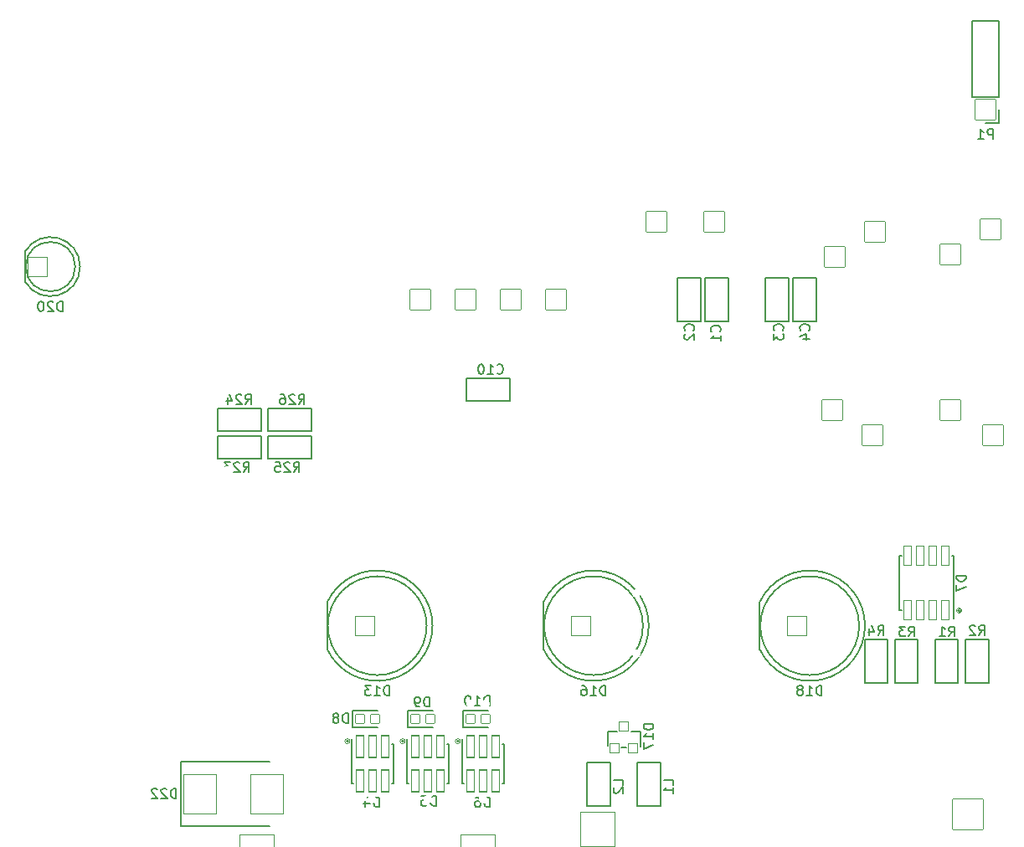
<source format=gbo>
G04 #@! TF.GenerationSoftware,KiCad,Pcbnew,7.0.9*
G04 #@! TF.CreationDate,2023-12-23T18:10:07+01:00*
G04 #@! TF.ProjectId,signalization-by-fireplace,7369676e-616c-4697-9a61-74696f6e2d62,v2.0*
G04 #@! TF.SameCoordinates,Original*
G04 #@! TF.FileFunction,Legend,Bot*
G04 #@! TF.FilePolarity,Positive*
%FSLAX46Y46*%
G04 Gerber Fmt 4.6, Leading zero omitted, Abs format (unit mm)*
G04 Created by KiCad (PCBNEW 7.0.9) date 2023-12-23 18:10:07*
%MOMM*%
%LPD*%
G01*
G04 APERTURE LIST*
G04 Aperture macros list*
%AMRoundRect*
0 Rectangle with rounded corners*
0 $1 Rounding radius*
0 $2 $3 $4 $5 $6 $7 $8 $9 X,Y pos of 4 corners*
0 Add a 4 corners polygon primitive as box body*
4,1,4,$2,$3,$4,$5,$6,$7,$8,$9,$2,$3,0*
0 Add four circle primitives for the rounded corners*
1,1,$1+$1,$2,$3*
1,1,$1+$1,$4,$5*
1,1,$1+$1,$6,$7*
1,1,$1+$1,$8,$9*
0 Add four rect primitives between the rounded corners*
20,1,$1+$1,$2,$3,$4,$5,0*
20,1,$1+$1,$4,$5,$6,$7,0*
20,1,$1+$1,$6,$7,$8,$9,0*
20,1,$1+$1,$8,$9,$2,$3,0*%
%AMFreePoly0*
4,1,13,0.685355,0.935355,0.700000,0.900000,0.700000,-0.900000,0.685355,-0.935355,0.650000,-0.950000,-0.650000,-0.950000,-0.685355,-0.935355,-0.700000,-0.900000,-0.700000,0.900000,-0.685355,0.935355,-0.650000,0.950000,0.650000,0.950000,0.685355,0.935355,0.685355,0.935355,$1*%
G04 Aperture macros list end*
%ADD10C,0.150000*%
%ADD11C,0.160000*%
%ADD12C,0.120000*%
%ADD13C,3.300000*%
%ADD14C,6.100000*%
%ADD15RoundRect,0.050000X1.050000X1.050000X-1.050000X1.050000X-1.050000X-1.050000X1.050000X-1.050000X0*%
%ADD16O,2.200000X2.200000*%
%ADD17RoundRect,0.050000X-1.050000X-1.050000X1.050000X-1.050000X1.050000X1.050000X-1.050000X1.050000X0*%
%ADD18C,5.100000*%
%ADD19RoundRect,0.050000X-1.750000X-1.750000X1.750000X-1.750000X1.750000X1.750000X-1.750000X1.750000X0*%
%ADD20C,3.600000*%
%ADD21O,3.600000X3.600000*%
%ADD22C,3.400000*%
%ADD23C,1.600000*%
%ADD24RoundRect,0.050000X1.550000X1.550000X-1.550000X1.550000X-1.550000X-1.550000X1.550000X-1.550000X0*%
%ADD25O,3.200000X3.200000*%
%ADD26C,2.100000*%
%ADD27FreePoly0,270.000000*%
%ADD28FreePoly0,180.000000*%
%ADD29RoundRect,0.050000X-0.400000X1.100000X-0.400000X-1.100000X0.400000X-1.100000X0.400000X1.100000X0*%
%ADD30RoundRect,0.050000X-0.450000X-0.450000X0.450000X-0.450000X0.450000X0.450000X-0.450000X0.450000X0*%
%ADD31RoundRect,0.050000X-1.000000X-1.000000X1.000000X-1.000000X1.000000X1.000000X-1.000000X1.000000X0*%
%ADD32RoundRect,0.050000X0.500000X-0.500000X0.500000X0.500000X-0.500000X0.500000X-0.500000X-0.500000X0*%
%ADD33FreePoly0,90.000000*%
%ADD34FreePoly0,0.000000*%
%ADD35RoundRect,0.050000X0.400000X-1.000000X0.400000X1.000000X-0.400000X1.000000X-0.400000X-1.000000X0*%
%ADD36RoundRect,0.050000X-1.650000X2.000000X-1.650000X-2.000000X1.650000X-2.000000X1.650000X2.000000X0*%
%ADD37C,0.900000*%
G04 APERTURE END LIST*
D10*
X187750794Y-66223559D02*
X187750794Y-65223559D01*
X187750794Y-65223559D02*
X187369842Y-65223559D01*
X187369842Y-65223559D02*
X187274604Y-65271178D01*
X187274604Y-65271178D02*
X187226985Y-65318797D01*
X187226985Y-65318797D02*
X187179366Y-65414035D01*
X187179366Y-65414035D02*
X187179366Y-65556892D01*
X187179366Y-65556892D02*
X187226985Y-65652130D01*
X187226985Y-65652130D02*
X187274604Y-65699749D01*
X187274604Y-65699749D02*
X187369842Y-65747368D01*
X187369842Y-65747368D02*
X187750794Y-65747368D01*
X186226985Y-66223559D02*
X186798413Y-66223559D01*
X186512699Y-66223559D02*
X186512699Y-65223559D01*
X186512699Y-65223559D02*
X186607937Y-65366416D01*
X186607937Y-65366416D02*
X186703175Y-65461654D01*
X186703175Y-65461654D02*
X186798413Y-65509273D01*
D11*
X160125060Y-85685333D02*
X160172680Y-85637714D01*
X160172680Y-85637714D02*
X160220299Y-85494857D01*
X160220299Y-85494857D02*
X160220299Y-85399619D01*
X160220299Y-85399619D02*
X160172680Y-85256762D01*
X160172680Y-85256762D02*
X160077441Y-85161524D01*
X160077441Y-85161524D02*
X159982203Y-85113905D01*
X159982203Y-85113905D02*
X159791727Y-85066286D01*
X159791727Y-85066286D02*
X159648870Y-85066286D01*
X159648870Y-85066286D02*
X159458394Y-85113905D01*
X159458394Y-85113905D02*
X159363156Y-85161524D01*
X159363156Y-85161524D02*
X159267918Y-85256762D01*
X159267918Y-85256762D02*
X159220299Y-85399619D01*
X159220299Y-85399619D02*
X159220299Y-85494857D01*
X159220299Y-85494857D02*
X159267918Y-85637714D01*
X159267918Y-85637714D02*
X159315537Y-85685333D01*
X160220299Y-86637714D02*
X160220299Y-86066286D01*
X160220299Y-86352000D02*
X159220299Y-86352000D01*
X159220299Y-86352000D02*
X159363156Y-86256762D01*
X159363156Y-86256762D02*
X159458394Y-86161524D01*
X159458394Y-86161524D02*
X159506013Y-86066286D01*
X157458060Y-85558333D02*
X157505680Y-85510714D01*
X157505680Y-85510714D02*
X157553299Y-85367857D01*
X157553299Y-85367857D02*
X157553299Y-85272619D01*
X157553299Y-85272619D02*
X157505680Y-85129762D01*
X157505680Y-85129762D02*
X157410441Y-85034524D01*
X157410441Y-85034524D02*
X157315203Y-84986905D01*
X157315203Y-84986905D02*
X157124727Y-84939286D01*
X157124727Y-84939286D02*
X156981870Y-84939286D01*
X156981870Y-84939286D02*
X156791394Y-84986905D01*
X156791394Y-84986905D02*
X156696156Y-85034524D01*
X156696156Y-85034524D02*
X156600918Y-85129762D01*
X156600918Y-85129762D02*
X156553299Y-85272619D01*
X156553299Y-85272619D02*
X156553299Y-85367857D01*
X156553299Y-85367857D02*
X156600918Y-85510714D01*
X156600918Y-85510714D02*
X156648537Y-85558333D01*
X156648537Y-85939286D02*
X156600918Y-85986905D01*
X156600918Y-85986905D02*
X156553299Y-86082143D01*
X156553299Y-86082143D02*
X156553299Y-86320238D01*
X156553299Y-86320238D02*
X156600918Y-86415476D01*
X156600918Y-86415476D02*
X156648537Y-86463095D01*
X156648537Y-86463095D02*
X156743775Y-86510714D01*
X156743775Y-86510714D02*
X156839013Y-86510714D01*
X156839013Y-86510714D02*
X156981870Y-86463095D01*
X156981870Y-86463095D02*
X157553299Y-85891667D01*
X157553299Y-85891667D02*
X157553299Y-86510714D01*
X166475060Y-85558333D02*
X166522680Y-85510714D01*
X166522680Y-85510714D02*
X166570299Y-85367857D01*
X166570299Y-85367857D02*
X166570299Y-85272619D01*
X166570299Y-85272619D02*
X166522680Y-85129762D01*
X166522680Y-85129762D02*
X166427441Y-85034524D01*
X166427441Y-85034524D02*
X166332203Y-84986905D01*
X166332203Y-84986905D02*
X166141727Y-84939286D01*
X166141727Y-84939286D02*
X165998870Y-84939286D01*
X165998870Y-84939286D02*
X165808394Y-84986905D01*
X165808394Y-84986905D02*
X165713156Y-85034524D01*
X165713156Y-85034524D02*
X165617918Y-85129762D01*
X165617918Y-85129762D02*
X165570299Y-85272619D01*
X165570299Y-85272619D02*
X165570299Y-85367857D01*
X165570299Y-85367857D02*
X165617918Y-85510714D01*
X165617918Y-85510714D02*
X165665537Y-85558333D01*
X165570299Y-85891667D02*
X165570299Y-86510714D01*
X165570299Y-86510714D02*
X165951251Y-86177381D01*
X165951251Y-86177381D02*
X165951251Y-86320238D01*
X165951251Y-86320238D02*
X165998870Y-86415476D01*
X165998870Y-86415476D02*
X166046489Y-86463095D01*
X166046489Y-86463095D02*
X166141727Y-86510714D01*
X166141727Y-86510714D02*
X166379822Y-86510714D01*
X166379822Y-86510714D02*
X166475060Y-86463095D01*
X166475060Y-86463095D02*
X166522680Y-86415476D01*
X166522680Y-86415476D02*
X166570299Y-86320238D01*
X166570299Y-86320238D02*
X166570299Y-86034524D01*
X166570299Y-86034524D02*
X166522680Y-85939286D01*
X166522680Y-85939286D02*
X166475060Y-85891667D01*
X169142060Y-85558333D02*
X169189680Y-85510714D01*
X169189680Y-85510714D02*
X169237299Y-85367857D01*
X169237299Y-85367857D02*
X169237299Y-85272619D01*
X169237299Y-85272619D02*
X169189680Y-85129762D01*
X169189680Y-85129762D02*
X169094441Y-85034524D01*
X169094441Y-85034524D02*
X168999203Y-84986905D01*
X168999203Y-84986905D02*
X168808727Y-84939286D01*
X168808727Y-84939286D02*
X168665870Y-84939286D01*
X168665870Y-84939286D02*
X168475394Y-84986905D01*
X168475394Y-84986905D02*
X168380156Y-85034524D01*
X168380156Y-85034524D02*
X168284918Y-85129762D01*
X168284918Y-85129762D02*
X168237299Y-85272619D01*
X168237299Y-85272619D02*
X168237299Y-85367857D01*
X168237299Y-85367857D02*
X168284918Y-85510714D01*
X168284918Y-85510714D02*
X168332537Y-85558333D01*
X168570632Y-86415476D02*
X169237299Y-86415476D01*
X168189680Y-86177381D02*
X168903965Y-85939286D01*
X168903965Y-85939286D02*
X168903965Y-86558333D01*
X137612357Y-89894060D02*
X137659976Y-89941680D01*
X137659976Y-89941680D02*
X137802833Y-89989299D01*
X137802833Y-89989299D02*
X137898071Y-89989299D01*
X137898071Y-89989299D02*
X138040928Y-89941680D01*
X138040928Y-89941680D02*
X138136166Y-89846441D01*
X138136166Y-89846441D02*
X138183785Y-89751203D01*
X138183785Y-89751203D02*
X138231404Y-89560727D01*
X138231404Y-89560727D02*
X138231404Y-89417870D01*
X138231404Y-89417870D02*
X138183785Y-89227394D01*
X138183785Y-89227394D02*
X138136166Y-89132156D01*
X138136166Y-89132156D02*
X138040928Y-89036918D01*
X138040928Y-89036918D02*
X137898071Y-88989299D01*
X137898071Y-88989299D02*
X137802833Y-88989299D01*
X137802833Y-88989299D02*
X137659976Y-89036918D01*
X137659976Y-89036918D02*
X137612357Y-89084537D01*
X136659976Y-89989299D02*
X137231404Y-89989299D01*
X136945690Y-89989299D02*
X136945690Y-88989299D01*
X136945690Y-88989299D02*
X137040928Y-89132156D01*
X137040928Y-89132156D02*
X137136166Y-89227394D01*
X137136166Y-89227394D02*
X137231404Y-89275013D01*
X136040928Y-88989299D02*
X135945690Y-88989299D01*
X135945690Y-88989299D02*
X135850452Y-89036918D01*
X135850452Y-89036918D02*
X135802833Y-89084537D01*
X135802833Y-89084537D02*
X135755214Y-89179775D01*
X135755214Y-89179775D02*
X135707595Y-89370251D01*
X135707595Y-89370251D02*
X135707595Y-89608346D01*
X135707595Y-89608346D02*
X135755214Y-89798822D01*
X135755214Y-89798822D02*
X135802833Y-89894060D01*
X135802833Y-89894060D02*
X135850452Y-89941680D01*
X135850452Y-89941680D02*
X135945690Y-89989299D01*
X135945690Y-89989299D02*
X136040928Y-89989299D01*
X136040928Y-89989299D02*
X136136166Y-89941680D01*
X136136166Y-89941680D02*
X136183785Y-89894060D01*
X136183785Y-89894060D02*
X136231404Y-89798822D01*
X136231404Y-89798822D02*
X136279023Y-89608346D01*
X136279023Y-89608346D02*
X136279023Y-89370251D01*
X136279023Y-89370251D02*
X136231404Y-89179775D01*
X136231404Y-89179775D02*
X136183785Y-89084537D01*
X136183785Y-89084537D02*
X136136166Y-89036918D01*
X136136166Y-89036918D02*
X136040928Y-88989299D01*
X125706094Y-133804299D02*
X125706094Y-132804299D01*
X125706094Y-132804299D02*
X125467999Y-132804299D01*
X125467999Y-132804299D02*
X125325142Y-132851918D01*
X125325142Y-132851918D02*
X125229904Y-132947156D01*
X125229904Y-132947156D02*
X125182285Y-133042394D01*
X125182285Y-133042394D02*
X125134666Y-133232870D01*
X125134666Y-133232870D02*
X125134666Y-133375727D01*
X125134666Y-133375727D02*
X125182285Y-133566203D01*
X125182285Y-133566203D02*
X125229904Y-133661441D01*
X125229904Y-133661441D02*
X125325142Y-133756680D01*
X125325142Y-133756680D02*
X125467999Y-133804299D01*
X125467999Y-133804299D02*
X125706094Y-133804299D01*
X124277523Y-133137632D02*
X124277523Y-133804299D01*
X124515618Y-132756680D02*
X124753713Y-133470965D01*
X124753713Y-133470965D02*
X124134666Y-133470965D01*
X131421094Y-133677299D02*
X131421094Y-132677299D01*
X131421094Y-132677299D02*
X131182999Y-132677299D01*
X131182999Y-132677299D02*
X131040142Y-132724918D01*
X131040142Y-132724918D02*
X130944904Y-132820156D01*
X130944904Y-132820156D02*
X130897285Y-132915394D01*
X130897285Y-132915394D02*
X130849666Y-133105870D01*
X130849666Y-133105870D02*
X130849666Y-133248727D01*
X130849666Y-133248727D02*
X130897285Y-133439203D01*
X130897285Y-133439203D02*
X130944904Y-133534441D01*
X130944904Y-133534441D02*
X131040142Y-133629680D01*
X131040142Y-133629680D02*
X131182999Y-133677299D01*
X131182999Y-133677299D02*
X131421094Y-133677299D01*
X129944904Y-132677299D02*
X130421094Y-132677299D01*
X130421094Y-132677299D02*
X130468713Y-133153489D01*
X130468713Y-133153489D02*
X130421094Y-133105870D01*
X130421094Y-133105870D02*
X130325856Y-133058251D01*
X130325856Y-133058251D02*
X130087761Y-133058251D01*
X130087761Y-133058251D02*
X129992523Y-133105870D01*
X129992523Y-133105870D02*
X129944904Y-133153489D01*
X129944904Y-133153489D02*
X129897285Y-133248727D01*
X129897285Y-133248727D02*
X129897285Y-133486822D01*
X129897285Y-133486822D02*
X129944904Y-133582060D01*
X129944904Y-133582060D02*
X129992523Y-133629680D01*
X129992523Y-133629680D02*
X130087761Y-133677299D01*
X130087761Y-133677299D02*
X130325856Y-133677299D01*
X130325856Y-133677299D02*
X130421094Y-133629680D01*
X130421094Y-133629680D02*
X130468713Y-133582060D01*
X122531094Y-125295299D02*
X122531094Y-124295299D01*
X122531094Y-124295299D02*
X122292999Y-124295299D01*
X122292999Y-124295299D02*
X122150142Y-124342918D01*
X122150142Y-124342918D02*
X122054904Y-124438156D01*
X122054904Y-124438156D02*
X122007285Y-124533394D01*
X122007285Y-124533394D02*
X121959666Y-124723870D01*
X121959666Y-124723870D02*
X121959666Y-124866727D01*
X121959666Y-124866727D02*
X122007285Y-125057203D01*
X122007285Y-125057203D02*
X122054904Y-125152441D01*
X122054904Y-125152441D02*
X122150142Y-125247680D01*
X122150142Y-125247680D02*
X122292999Y-125295299D01*
X122292999Y-125295299D02*
X122531094Y-125295299D01*
X121388237Y-124723870D02*
X121483475Y-124676251D01*
X121483475Y-124676251D02*
X121531094Y-124628632D01*
X121531094Y-124628632D02*
X121578713Y-124533394D01*
X121578713Y-124533394D02*
X121578713Y-124485775D01*
X121578713Y-124485775D02*
X121531094Y-124390537D01*
X121531094Y-124390537D02*
X121483475Y-124342918D01*
X121483475Y-124342918D02*
X121388237Y-124295299D01*
X121388237Y-124295299D02*
X121197761Y-124295299D01*
X121197761Y-124295299D02*
X121102523Y-124342918D01*
X121102523Y-124342918D02*
X121054904Y-124390537D01*
X121054904Y-124390537D02*
X121007285Y-124485775D01*
X121007285Y-124485775D02*
X121007285Y-124533394D01*
X121007285Y-124533394D02*
X121054904Y-124628632D01*
X121054904Y-124628632D02*
X121102523Y-124676251D01*
X121102523Y-124676251D02*
X121197761Y-124723870D01*
X121197761Y-124723870D02*
X121388237Y-124723870D01*
X121388237Y-124723870D02*
X121483475Y-124771489D01*
X121483475Y-124771489D02*
X121531094Y-124819108D01*
X121531094Y-124819108D02*
X121578713Y-124914346D01*
X121578713Y-124914346D02*
X121578713Y-125104822D01*
X121578713Y-125104822D02*
X121531094Y-125200060D01*
X121531094Y-125200060D02*
X121483475Y-125247680D01*
X121483475Y-125247680D02*
X121388237Y-125295299D01*
X121388237Y-125295299D02*
X121197761Y-125295299D01*
X121197761Y-125295299D02*
X121102523Y-125247680D01*
X121102523Y-125247680D02*
X121054904Y-125200060D01*
X121054904Y-125200060D02*
X121007285Y-125104822D01*
X121007285Y-125104822D02*
X121007285Y-124914346D01*
X121007285Y-124914346D02*
X121054904Y-124819108D01*
X121054904Y-124819108D02*
X121102523Y-124771489D01*
X121102523Y-124771489D02*
X121197761Y-124723870D01*
X130786094Y-123644299D02*
X130786094Y-122644299D01*
X130786094Y-122644299D02*
X130547999Y-122644299D01*
X130547999Y-122644299D02*
X130405142Y-122691918D01*
X130405142Y-122691918D02*
X130309904Y-122787156D01*
X130309904Y-122787156D02*
X130262285Y-122882394D01*
X130262285Y-122882394D02*
X130214666Y-123072870D01*
X130214666Y-123072870D02*
X130214666Y-123215727D01*
X130214666Y-123215727D02*
X130262285Y-123406203D01*
X130262285Y-123406203D02*
X130309904Y-123501441D01*
X130309904Y-123501441D02*
X130405142Y-123596680D01*
X130405142Y-123596680D02*
X130547999Y-123644299D01*
X130547999Y-123644299D02*
X130786094Y-123644299D01*
X129738475Y-123644299D02*
X129547999Y-123644299D01*
X129547999Y-123644299D02*
X129452761Y-123596680D01*
X129452761Y-123596680D02*
X129405142Y-123549060D01*
X129405142Y-123549060D02*
X129309904Y-123406203D01*
X129309904Y-123406203D02*
X129262285Y-123215727D01*
X129262285Y-123215727D02*
X129262285Y-122834775D01*
X129262285Y-122834775D02*
X129309904Y-122739537D01*
X129309904Y-122739537D02*
X129357523Y-122691918D01*
X129357523Y-122691918D02*
X129452761Y-122644299D01*
X129452761Y-122644299D02*
X129643237Y-122644299D01*
X129643237Y-122644299D02*
X129738475Y-122691918D01*
X129738475Y-122691918D02*
X129786094Y-122739537D01*
X129786094Y-122739537D02*
X129833713Y-122834775D01*
X129833713Y-122834775D02*
X129833713Y-123072870D01*
X129833713Y-123072870D02*
X129786094Y-123168108D01*
X129786094Y-123168108D02*
X129738475Y-123215727D01*
X129738475Y-123215727D02*
X129643237Y-123263346D01*
X129643237Y-123263346D02*
X129452761Y-123263346D01*
X129452761Y-123263346D02*
X129357523Y-123215727D01*
X129357523Y-123215727D02*
X129309904Y-123168108D01*
X129309904Y-123168108D02*
X129262285Y-123072870D01*
X126709785Y-122501299D02*
X126709785Y-121501299D01*
X126709785Y-121501299D02*
X126471690Y-121501299D01*
X126471690Y-121501299D02*
X126328833Y-121548918D01*
X126328833Y-121548918D02*
X126233595Y-121644156D01*
X126233595Y-121644156D02*
X126185976Y-121739394D01*
X126185976Y-121739394D02*
X126138357Y-121929870D01*
X126138357Y-121929870D02*
X126138357Y-122072727D01*
X126138357Y-122072727D02*
X126185976Y-122263203D01*
X126185976Y-122263203D02*
X126233595Y-122358441D01*
X126233595Y-122358441D02*
X126328833Y-122453680D01*
X126328833Y-122453680D02*
X126471690Y-122501299D01*
X126471690Y-122501299D02*
X126709785Y-122501299D01*
X125185976Y-122501299D02*
X125757404Y-122501299D01*
X125471690Y-122501299D02*
X125471690Y-121501299D01*
X125471690Y-121501299D02*
X125566928Y-121644156D01*
X125566928Y-121644156D02*
X125662166Y-121739394D01*
X125662166Y-121739394D02*
X125757404Y-121787013D01*
X124852642Y-121501299D02*
X124233595Y-121501299D01*
X124233595Y-121501299D02*
X124566928Y-121882251D01*
X124566928Y-121882251D02*
X124424071Y-121882251D01*
X124424071Y-121882251D02*
X124328833Y-121929870D01*
X124328833Y-121929870D02*
X124281214Y-121977489D01*
X124281214Y-121977489D02*
X124233595Y-122072727D01*
X124233595Y-122072727D02*
X124233595Y-122310822D01*
X124233595Y-122310822D02*
X124281214Y-122406060D01*
X124281214Y-122406060D02*
X124328833Y-122453680D01*
X124328833Y-122453680D02*
X124424071Y-122501299D01*
X124424071Y-122501299D02*
X124709785Y-122501299D01*
X124709785Y-122501299D02*
X124805023Y-122453680D01*
X124805023Y-122453680D02*
X124852642Y-122406060D01*
X153425799Y-125404714D02*
X152425799Y-125404714D01*
X152425799Y-125404714D02*
X152425799Y-125642809D01*
X152425799Y-125642809D02*
X152473418Y-125785666D01*
X152473418Y-125785666D02*
X152568656Y-125880904D01*
X152568656Y-125880904D02*
X152663894Y-125928523D01*
X152663894Y-125928523D02*
X152854370Y-125976142D01*
X152854370Y-125976142D02*
X152997227Y-125976142D01*
X152997227Y-125976142D02*
X153187703Y-125928523D01*
X153187703Y-125928523D02*
X153282941Y-125880904D01*
X153282941Y-125880904D02*
X153378180Y-125785666D01*
X153378180Y-125785666D02*
X153425799Y-125642809D01*
X153425799Y-125642809D02*
X153425799Y-125404714D01*
X153425799Y-126928523D02*
X153425799Y-126357095D01*
X153425799Y-126642809D02*
X152425799Y-126642809D01*
X152425799Y-126642809D02*
X152568656Y-126547571D01*
X152568656Y-126547571D02*
X152663894Y-126452333D01*
X152663894Y-126452333D02*
X152711513Y-126357095D01*
X152425799Y-127261857D02*
X152425799Y-127928523D01*
X152425799Y-127928523D02*
X153425799Y-127499952D01*
X170441785Y-122501299D02*
X170441785Y-121501299D01*
X170441785Y-121501299D02*
X170203690Y-121501299D01*
X170203690Y-121501299D02*
X170060833Y-121548918D01*
X170060833Y-121548918D02*
X169965595Y-121644156D01*
X169965595Y-121644156D02*
X169917976Y-121739394D01*
X169917976Y-121739394D02*
X169870357Y-121929870D01*
X169870357Y-121929870D02*
X169870357Y-122072727D01*
X169870357Y-122072727D02*
X169917976Y-122263203D01*
X169917976Y-122263203D02*
X169965595Y-122358441D01*
X169965595Y-122358441D02*
X170060833Y-122453680D01*
X170060833Y-122453680D02*
X170203690Y-122501299D01*
X170203690Y-122501299D02*
X170441785Y-122501299D01*
X168917976Y-122501299D02*
X169489404Y-122501299D01*
X169203690Y-122501299D02*
X169203690Y-121501299D01*
X169203690Y-121501299D02*
X169298928Y-121644156D01*
X169298928Y-121644156D02*
X169394166Y-121739394D01*
X169394166Y-121739394D02*
X169489404Y-121787013D01*
X168346547Y-121929870D02*
X168441785Y-121882251D01*
X168441785Y-121882251D02*
X168489404Y-121834632D01*
X168489404Y-121834632D02*
X168537023Y-121739394D01*
X168537023Y-121739394D02*
X168537023Y-121691775D01*
X168537023Y-121691775D02*
X168489404Y-121596537D01*
X168489404Y-121596537D02*
X168441785Y-121548918D01*
X168441785Y-121548918D02*
X168346547Y-121501299D01*
X168346547Y-121501299D02*
X168156071Y-121501299D01*
X168156071Y-121501299D02*
X168060833Y-121548918D01*
X168060833Y-121548918D02*
X168013214Y-121596537D01*
X168013214Y-121596537D02*
X167965595Y-121691775D01*
X167965595Y-121691775D02*
X167965595Y-121739394D01*
X167965595Y-121739394D02*
X168013214Y-121834632D01*
X168013214Y-121834632D02*
X168060833Y-121882251D01*
X168060833Y-121882251D02*
X168156071Y-121929870D01*
X168156071Y-121929870D02*
X168346547Y-121929870D01*
X168346547Y-121929870D02*
X168441785Y-121977489D01*
X168441785Y-121977489D02*
X168489404Y-122025108D01*
X168489404Y-122025108D02*
X168537023Y-122120346D01*
X168537023Y-122120346D02*
X168537023Y-122310822D01*
X168537023Y-122310822D02*
X168489404Y-122406060D01*
X168489404Y-122406060D02*
X168441785Y-122453680D01*
X168441785Y-122453680D02*
X168346547Y-122501299D01*
X168346547Y-122501299D02*
X168156071Y-122501299D01*
X168156071Y-122501299D02*
X168060833Y-122453680D01*
X168060833Y-122453680D02*
X168013214Y-122406060D01*
X168013214Y-122406060D02*
X167965595Y-122310822D01*
X167965595Y-122310822D02*
X167965595Y-122120346D01*
X167965595Y-122120346D02*
X168013214Y-122025108D01*
X168013214Y-122025108D02*
X168060833Y-121977489D01*
X168060833Y-121977489D02*
X168156071Y-121929870D01*
X150377799Y-131532333D02*
X150377799Y-131056143D01*
X150377799Y-131056143D02*
X149377799Y-131056143D01*
X149473037Y-131818048D02*
X149425418Y-131865667D01*
X149425418Y-131865667D02*
X149377799Y-131960905D01*
X149377799Y-131960905D02*
X149377799Y-132199000D01*
X149377799Y-132199000D02*
X149425418Y-132294238D01*
X149425418Y-132294238D02*
X149473037Y-132341857D01*
X149473037Y-132341857D02*
X149568275Y-132389476D01*
X149568275Y-132389476D02*
X149663513Y-132389476D01*
X149663513Y-132389476D02*
X149806370Y-132341857D01*
X149806370Y-132341857D02*
X150377799Y-131770429D01*
X150377799Y-131770429D02*
X150377799Y-132389476D01*
X111958357Y-99895299D02*
X112291690Y-99419108D01*
X112529785Y-99895299D02*
X112529785Y-98895299D01*
X112529785Y-98895299D02*
X112148833Y-98895299D01*
X112148833Y-98895299D02*
X112053595Y-98942918D01*
X112053595Y-98942918D02*
X112005976Y-98990537D01*
X112005976Y-98990537D02*
X111958357Y-99085775D01*
X111958357Y-99085775D02*
X111958357Y-99228632D01*
X111958357Y-99228632D02*
X112005976Y-99323870D01*
X112005976Y-99323870D02*
X112053595Y-99371489D01*
X112053595Y-99371489D02*
X112148833Y-99419108D01*
X112148833Y-99419108D02*
X112529785Y-99419108D01*
X111577404Y-98990537D02*
X111529785Y-98942918D01*
X111529785Y-98942918D02*
X111434547Y-98895299D01*
X111434547Y-98895299D02*
X111196452Y-98895299D01*
X111196452Y-98895299D02*
X111101214Y-98942918D01*
X111101214Y-98942918D02*
X111053595Y-98990537D01*
X111053595Y-98990537D02*
X111005976Y-99085775D01*
X111005976Y-99085775D02*
X111005976Y-99181013D01*
X111005976Y-99181013D02*
X111053595Y-99323870D01*
X111053595Y-99323870D02*
X111625023Y-99895299D01*
X111625023Y-99895299D02*
X111005976Y-99895299D01*
X110672642Y-98895299D02*
X110053595Y-98895299D01*
X110053595Y-98895299D02*
X110386928Y-99276251D01*
X110386928Y-99276251D02*
X110244071Y-99276251D01*
X110244071Y-99276251D02*
X110148833Y-99323870D01*
X110148833Y-99323870D02*
X110101214Y-99371489D01*
X110101214Y-99371489D02*
X110053595Y-99466727D01*
X110053595Y-99466727D02*
X110053595Y-99704822D01*
X110053595Y-99704822D02*
X110101214Y-99800060D01*
X110101214Y-99800060D02*
X110148833Y-99847680D01*
X110148833Y-99847680D02*
X110244071Y-99895299D01*
X110244071Y-99895299D02*
X110529785Y-99895299D01*
X110529785Y-99895299D02*
X110625023Y-99847680D01*
X110625023Y-99847680D02*
X110672642Y-99800060D01*
X112148857Y-93037299D02*
X112482190Y-92561108D01*
X112720285Y-93037299D02*
X112720285Y-92037299D01*
X112720285Y-92037299D02*
X112339333Y-92037299D01*
X112339333Y-92037299D02*
X112244095Y-92084918D01*
X112244095Y-92084918D02*
X112196476Y-92132537D01*
X112196476Y-92132537D02*
X112148857Y-92227775D01*
X112148857Y-92227775D02*
X112148857Y-92370632D01*
X112148857Y-92370632D02*
X112196476Y-92465870D01*
X112196476Y-92465870D02*
X112244095Y-92513489D01*
X112244095Y-92513489D02*
X112339333Y-92561108D01*
X112339333Y-92561108D02*
X112720285Y-92561108D01*
X111767904Y-92132537D02*
X111720285Y-92084918D01*
X111720285Y-92084918D02*
X111625047Y-92037299D01*
X111625047Y-92037299D02*
X111386952Y-92037299D01*
X111386952Y-92037299D02*
X111291714Y-92084918D01*
X111291714Y-92084918D02*
X111244095Y-92132537D01*
X111244095Y-92132537D02*
X111196476Y-92227775D01*
X111196476Y-92227775D02*
X111196476Y-92323013D01*
X111196476Y-92323013D02*
X111244095Y-92465870D01*
X111244095Y-92465870D02*
X111815523Y-93037299D01*
X111815523Y-93037299D02*
X111196476Y-93037299D01*
X110339333Y-92370632D02*
X110339333Y-93037299D01*
X110577428Y-91989680D02*
X110815523Y-92703965D01*
X110815523Y-92703965D02*
X110196476Y-92703965D01*
X117038357Y-99895299D02*
X117371690Y-99419108D01*
X117609785Y-99895299D02*
X117609785Y-98895299D01*
X117609785Y-98895299D02*
X117228833Y-98895299D01*
X117228833Y-98895299D02*
X117133595Y-98942918D01*
X117133595Y-98942918D02*
X117085976Y-98990537D01*
X117085976Y-98990537D02*
X117038357Y-99085775D01*
X117038357Y-99085775D02*
X117038357Y-99228632D01*
X117038357Y-99228632D02*
X117085976Y-99323870D01*
X117085976Y-99323870D02*
X117133595Y-99371489D01*
X117133595Y-99371489D02*
X117228833Y-99419108D01*
X117228833Y-99419108D02*
X117609785Y-99419108D01*
X116657404Y-98990537D02*
X116609785Y-98942918D01*
X116609785Y-98942918D02*
X116514547Y-98895299D01*
X116514547Y-98895299D02*
X116276452Y-98895299D01*
X116276452Y-98895299D02*
X116181214Y-98942918D01*
X116181214Y-98942918D02*
X116133595Y-98990537D01*
X116133595Y-98990537D02*
X116085976Y-99085775D01*
X116085976Y-99085775D02*
X116085976Y-99181013D01*
X116085976Y-99181013D02*
X116133595Y-99323870D01*
X116133595Y-99323870D02*
X116705023Y-99895299D01*
X116705023Y-99895299D02*
X116085976Y-99895299D01*
X115181214Y-98895299D02*
X115657404Y-98895299D01*
X115657404Y-98895299D02*
X115705023Y-99371489D01*
X115705023Y-99371489D02*
X115657404Y-99323870D01*
X115657404Y-99323870D02*
X115562166Y-99276251D01*
X115562166Y-99276251D02*
X115324071Y-99276251D01*
X115324071Y-99276251D02*
X115228833Y-99323870D01*
X115228833Y-99323870D02*
X115181214Y-99371489D01*
X115181214Y-99371489D02*
X115133595Y-99466727D01*
X115133595Y-99466727D02*
X115133595Y-99704822D01*
X115133595Y-99704822D02*
X115181214Y-99800060D01*
X115181214Y-99800060D02*
X115228833Y-99847680D01*
X115228833Y-99847680D02*
X115324071Y-99895299D01*
X115324071Y-99895299D02*
X115562166Y-99895299D01*
X115562166Y-99895299D02*
X115657404Y-99847680D01*
X115657404Y-99847680D02*
X115705023Y-99800060D01*
X148575785Y-122501299D02*
X148575785Y-121501299D01*
X148575785Y-121501299D02*
X148337690Y-121501299D01*
X148337690Y-121501299D02*
X148194833Y-121548918D01*
X148194833Y-121548918D02*
X148099595Y-121644156D01*
X148099595Y-121644156D02*
X148051976Y-121739394D01*
X148051976Y-121739394D02*
X148004357Y-121929870D01*
X148004357Y-121929870D02*
X148004357Y-122072727D01*
X148004357Y-122072727D02*
X148051976Y-122263203D01*
X148051976Y-122263203D02*
X148099595Y-122358441D01*
X148099595Y-122358441D02*
X148194833Y-122453680D01*
X148194833Y-122453680D02*
X148337690Y-122501299D01*
X148337690Y-122501299D02*
X148575785Y-122501299D01*
X147051976Y-122501299D02*
X147623404Y-122501299D01*
X147337690Y-122501299D02*
X147337690Y-121501299D01*
X147337690Y-121501299D02*
X147432928Y-121644156D01*
X147432928Y-121644156D02*
X147528166Y-121739394D01*
X147528166Y-121739394D02*
X147623404Y-121787013D01*
X146194833Y-121501299D02*
X146385309Y-121501299D01*
X146385309Y-121501299D02*
X146480547Y-121548918D01*
X146480547Y-121548918D02*
X146528166Y-121596537D01*
X146528166Y-121596537D02*
X146623404Y-121739394D01*
X146623404Y-121739394D02*
X146671023Y-121929870D01*
X146671023Y-121929870D02*
X146671023Y-122310822D01*
X146671023Y-122310822D02*
X146623404Y-122406060D01*
X146623404Y-122406060D02*
X146575785Y-122453680D01*
X146575785Y-122453680D02*
X146480547Y-122501299D01*
X146480547Y-122501299D02*
X146290071Y-122501299D01*
X146290071Y-122501299D02*
X146194833Y-122453680D01*
X146194833Y-122453680D02*
X146147214Y-122406060D01*
X146147214Y-122406060D02*
X146099595Y-122310822D01*
X146099595Y-122310822D02*
X146099595Y-122072727D01*
X146099595Y-122072727D02*
X146147214Y-121977489D01*
X146147214Y-121977489D02*
X146194833Y-121929870D01*
X146194833Y-121929870D02*
X146290071Y-121882251D01*
X146290071Y-121882251D02*
X146480547Y-121882251D01*
X146480547Y-121882251D02*
X146575785Y-121929870D01*
X146575785Y-121929870D02*
X146623404Y-121977489D01*
X146623404Y-121977489D02*
X146671023Y-122072727D01*
X155457799Y-131532333D02*
X155457799Y-131056143D01*
X155457799Y-131056143D02*
X154457799Y-131056143D01*
X155457799Y-132389476D02*
X155457799Y-131818048D01*
X155457799Y-132103762D02*
X154457799Y-132103762D01*
X154457799Y-132103762D02*
X154600656Y-132008524D01*
X154600656Y-132008524D02*
X154695894Y-131913286D01*
X154695894Y-131913286D02*
X154743513Y-131818048D01*
X185048799Y-110386905D02*
X184048799Y-110386905D01*
X184048799Y-110386905D02*
X184048799Y-110625000D01*
X184048799Y-110625000D02*
X184096418Y-110767857D01*
X184096418Y-110767857D02*
X184191656Y-110863095D01*
X184191656Y-110863095D02*
X184286894Y-110910714D01*
X184286894Y-110910714D02*
X184477370Y-110958333D01*
X184477370Y-110958333D02*
X184620227Y-110958333D01*
X184620227Y-110958333D02*
X184810703Y-110910714D01*
X184810703Y-110910714D02*
X184905941Y-110863095D01*
X184905941Y-110863095D02*
X185001180Y-110767857D01*
X185001180Y-110767857D02*
X185048799Y-110625000D01*
X185048799Y-110625000D02*
X185048799Y-110386905D01*
X184048799Y-111291667D02*
X184048799Y-111958333D01*
X184048799Y-111958333D02*
X185048799Y-111529762D01*
X176125166Y-116405299D02*
X176458499Y-115929108D01*
X176696594Y-116405299D02*
X176696594Y-115405299D01*
X176696594Y-115405299D02*
X176315642Y-115405299D01*
X176315642Y-115405299D02*
X176220404Y-115452918D01*
X176220404Y-115452918D02*
X176172785Y-115500537D01*
X176172785Y-115500537D02*
X176125166Y-115595775D01*
X176125166Y-115595775D02*
X176125166Y-115738632D01*
X176125166Y-115738632D02*
X176172785Y-115833870D01*
X176172785Y-115833870D02*
X176220404Y-115881489D01*
X176220404Y-115881489D02*
X176315642Y-115929108D01*
X176315642Y-115929108D02*
X176696594Y-115929108D01*
X175268023Y-115738632D02*
X175268023Y-116405299D01*
X175506118Y-115357680D02*
X175744213Y-116071965D01*
X175744213Y-116071965D02*
X175125166Y-116071965D01*
X179236666Y-116532299D02*
X179569999Y-116056108D01*
X179808094Y-116532299D02*
X179808094Y-115532299D01*
X179808094Y-115532299D02*
X179427142Y-115532299D01*
X179427142Y-115532299D02*
X179331904Y-115579918D01*
X179331904Y-115579918D02*
X179284285Y-115627537D01*
X179284285Y-115627537D02*
X179236666Y-115722775D01*
X179236666Y-115722775D02*
X179236666Y-115865632D01*
X179236666Y-115865632D02*
X179284285Y-115960870D01*
X179284285Y-115960870D02*
X179331904Y-116008489D01*
X179331904Y-116008489D02*
X179427142Y-116056108D01*
X179427142Y-116056108D02*
X179808094Y-116056108D01*
X178903332Y-115532299D02*
X178284285Y-115532299D01*
X178284285Y-115532299D02*
X178617618Y-115913251D01*
X178617618Y-115913251D02*
X178474761Y-115913251D01*
X178474761Y-115913251D02*
X178379523Y-115960870D01*
X178379523Y-115960870D02*
X178331904Y-116008489D01*
X178331904Y-116008489D02*
X178284285Y-116103727D01*
X178284285Y-116103727D02*
X178284285Y-116341822D01*
X178284285Y-116341822D02*
X178331904Y-116437060D01*
X178331904Y-116437060D02*
X178379523Y-116484680D01*
X178379523Y-116484680D02*
X178474761Y-116532299D01*
X178474761Y-116532299D02*
X178760475Y-116532299D01*
X178760475Y-116532299D02*
X178855713Y-116484680D01*
X178855713Y-116484680D02*
X178903332Y-116437060D01*
X186348666Y-116405299D02*
X186681999Y-115929108D01*
X186920094Y-116405299D02*
X186920094Y-115405299D01*
X186920094Y-115405299D02*
X186539142Y-115405299D01*
X186539142Y-115405299D02*
X186443904Y-115452918D01*
X186443904Y-115452918D02*
X186396285Y-115500537D01*
X186396285Y-115500537D02*
X186348666Y-115595775D01*
X186348666Y-115595775D02*
X186348666Y-115738632D01*
X186348666Y-115738632D02*
X186396285Y-115833870D01*
X186396285Y-115833870D02*
X186443904Y-115881489D01*
X186443904Y-115881489D02*
X186539142Y-115929108D01*
X186539142Y-115929108D02*
X186920094Y-115929108D01*
X185967713Y-115500537D02*
X185920094Y-115452918D01*
X185920094Y-115452918D02*
X185824856Y-115405299D01*
X185824856Y-115405299D02*
X185586761Y-115405299D01*
X185586761Y-115405299D02*
X185491523Y-115452918D01*
X185491523Y-115452918D02*
X185443904Y-115500537D01*
X185443904Y-115500537D02*
X185396285Y-115595775D01*
X185396285Y-115595775D02*
X185396285Y-115691013D01*
X185396285Y-115691013D02*
X185443904Y-115833870D01*
X185443904Y-115833870D02*
X186015332Y-116405299D01*
X186015332Y-116405299D02*
X185396285Y-116405299D01*
X183300666Y-116532299D02*
X183633999Y-116056108D01*
X183872094Y-116532299D02*
X183872094Y-115532299D01*
X183872094Y-115532299D02*
X183491142Y-115532299D01*
X183491142Y-115532299D02*
X183395904Y-115579918D01*
X183395904Y-115579918D02*
X183348285Y-115627537D01*
X183348285Y-115627537D02*
X183300666Y-115722775D01*
X183300666Y-115722775D02*
X183300666Y-115865632D01*
X183300666Y-115865632D02*
X183348285Y-115960870D01*
X183348285Y-115960870D02*
X183395904Y-116008489D01*
X183395904Y-116008489D02*
X183491142Y-116056108D01*
X183491142Y-116056108D02*
X183872094Y-116056108D01*
X182348285Y-116532299D02*
X182919713Y-116532299D01*
X182633999Y-116532299D02*
X182633999Y-115532299D01*
X182633999Y-115532299D02*
X182729237Y-115675156D01*
X182729237Y-115675156D02*
X182824475Y-115770394D01*
X182824475Y-115770394D02*
X182919713Y-115818013D01*
X93670285Y-83639299D02*
X93670285Y-82639299D01*
X93670285Y-82639299D02*
X93432190Y-82639299D01*
X93432190Y-82639299D02*
X93289333Y-82686918D01*
X93289333Y-82686918D02*
X93194095Y-82782156D01*
X93194095Y-82782156D02*
X93146476Y-82877394D01*
X93146476Y-82877394D02*
X93098857Y-83067870D01*
X93098857Y-83067870D02*
X93098857Y-83210727D01*
X93098857Y-83210727D02*
X93146476Y-83401203D01*
X93146476Y-83401203D02*
X93194095Y-83496441D01*
X93194095Y-83496441D02*
X93289333Y-83591680D01*
X93289333Y-83591680D02*
X93432190Y-83639299D01*
X93432190Y-83639299D02*
X93670285Y-83639299D01*
X92717904Y-82734537D02*
X92670285Y-82686918D01*
X92670285Y-82686918D02*
X92575047Y-82639299D01*
X92575047Y-82639299D02*
X92336952Y-82639299D01*
X92336952Y-82639299D02*
X92241714Y-82686918D01*
X92241714Y-82686918D02*
X92194095Y-82734537D01*
X92194095Y-82734537D02*
X92146476Y-82829775D01*
X92146476Y-82829775D02*
X92146476Y-82925013D01*
X92146476Y-82925013D02*
X92194095Y-83067870D01*
X92194095Y-83067870D02*
X92765523Y-83639299D01*
X92765523Y-83639299D02*
X92146476Y-83639299D01*
X91527428Y-82639299D02*
X91432190Y-82639299D01*
X91432190Y-82639299D02*
X91336952Y-82686918D01*
X91336952Y-82686918D02*
X91289333Y-82734537D01*
X91289333Y-82734537D02*
X91241714Y-82829775D01*
X91241714Y-82829775D02*
X91194095Y-83020251D01*
X91194095Y-83020251D02*
X91194095Y-83258346D01*
X91194095Y-83258346D02*
X91241714Y-83448822D01*
X91241714Y-83448822D02*
X91289333Y-83544060D01*
X91289333Y-83544060D02*
X91336952Y-83591680D01*
X91336952Y-83591680D02*
X91432190Y-83639299D01*
X91432190Y-83639299D02*
X91527428Y-83639299D01*
X91527428Y-83639299D02*
X91622666Y-83591680D01*
X91622666Y-83591680D02*
X91670285Y-83544060D01*
X91670285Y-83544060D02*
X91717904Y-83448822D01*
X91717904Y-83448822D02*
X91765523Y-83258346D01*
X91765523Y-83258346D02*
X91765523Y-83020251D01*
X91765523Y-83020251D02*
X91717904Y-82829775D01*
X91717904Y-82829775D02*
X91670285Y-82734537D01*
X91670285Y-82734537D02*
X91622666Y-82686918D01*
X91622666Y-82686918D02*
X91527428Y-82639299D01*
X105163785Y-132915299D02*
X105163785Y-131915299D01*
X105163785Y-131915299D02*
X104925690Y-131915299D01*
X104925690Y-131915299D02*
X104782833Y-131962918D01*
X104782833Y-131962918D02*
X104687595Y-132058156D01*
X104687595Y-132058156D02*
X104639976Y-132153394D01*
X104639976Y-132153394D02*
X104592357Y-132343870D01*
X104592357Y-132343870D02*
X104592357Y-132486727D01*
X104592357Y-132486727D02*
X104639976Y-132677203D01*
X104639976Y-132677203D02*
X104687595Y-132772441D01*
X104687595Y-132772441D02*
X104782833Y-132867680D01*
X104782833Y-132867680D02*
X104925690Y-132915299D01*
X104925690Y-132915299D02*
X105163785Y-132915299D01*
X104211404Y-132010537D02*
X104163785Y-131962918D01*
X104163785Y-131962918D02*
X104068547Y-131915299D01*
X104068547Y-131915299D02*
X103830452Y-131915299D01*
X103830452Y-131915299D02*
X103735214Y-131962918D01*
X103735214Y-131962918D02*
X103687595Y-132010537D01*
X103687595Y-132010537D02*
X103639976Y-132105775D01*
X103639976Y-132105775D02*
X103639976Y-132201013D01*
X103639976Y-132201013D02*
X103687595Y-132343870D01*
X103687595Y-132343870D02*
X104259023Y-132915299D01*
X104259023Y-132915299D02*
X103639976Y-132915299D01*
X103259023Y-132010537D02*
X103211404Y-131962918D01*
X103211404Y-131962918D02*
X103116166Y-131915299D01*
X103116166Y-131915299D02*
X102878071Y-131915299D01*
X102878071Y-131915299D02*
X102782833Y-131962918D01*
X102782833Y-131962918D02*
X102735214Y-132010537D01*
X102735214Y-132010537D02*
X102687595Y-132105775D01*
X102687595Y-132105775D02*
X102687595Y-132201013D01*
X102687595Y-132201013D02*
X102735214Y-132343870D01*
X102735214Y-132343870D02*
X103306642Y-132915299D01*
X103306642Y-132915299D02*
X102687595Y-132915299D01*
X117546357Y-93037299D02*
X117879690Y-92561108D01*
X118117785Y-93037299D02*
X118117785Y-92037299D01*
X118117785Y-92037299D02*
X117736833Y-92037299D01*
X117736833Y-92037299D02*
X117641595Y-92084918D01*
X117641595Y-92084918D02*
X117593976Y-92132537D01*
X117593976Y-92132537D02*
X117546357Y-92227775D01*
X117546357Y-92227775D02*
X117546357Y-92370632D01*
X117546357Y-92370632D02*
X117593976Y-92465870D01*
X117593976Y-92465870D02*
X117641595Y-92513489D01*
X117641595Y-92513489D02*
X117736833Y-92561108D01*
X117736833Y-92561108D02*
X118117785Y-92561108D01*
X117165404Y-92132537D02*
X117117785Y-92084918D01*
X117117785Y-92084918D02*
X117022547Y-92037299D01*
X117022547Y-92037299D02*
X116784452Y-92037299D01*
X116784452Y-92037299D02*
X116689214Y-92084918D01*
X116689214Y-92084918D02*
X116641595Y-92132537D01*
X116641595Y-92132537D02*
X116593976Y-92227775D01*
X116593976Y-92227775D02*
X116593976Y-92323013D01*
X116593976Y-92323013D02*
X116641595Y-92465870D01*
X116641595Y-92465870D02*
X117213023Y-93037299D01*
X117213023Y-93037299D02*
X116593976Y-93037299D01*
X115736833Y-92037299D02*
X115927309Y-92037299D01*
X115927309Y-92037299D02*
X116022547Y-92084918D01*
X116022547Y-92084918D02*
X116070166Y-92132537D01*
X116070166Y-92132537D02*
X116165404Y-92275394D01*
X116165404Y-92275394D02*
X116213023Y-92465870D01*
X116213023Y-92465870D02*
X116213023Y-92846822D01*
X116213023Y-92846822D02*
X116165404Y-92942060D01*
X116165404Y-92942060D02*
X116117785Y-92989680D01*
X116117785Y-92989680D02*
X116022547Y-93037299D01*
X116022547Y-93037299D02*
X115832071Y-93037299D01*
X115832071Y-93037299D02*
X115736833Y-92989680D01*
X115736833Y-92989680D02*
X115689214Y-92942060D01*
X115689214Y-92942060D02*
X115641595Y-92846822D01*
X115641595Y-92846822D02*
X115641595Y-92608727D01*
X115641595Y-92608727D02*
X115689214Y-92513489D01*
X115689214Y-92513489D02*
X115736833Y-92465870D01*
X115736833Y-92465870D02*
X115832071Y-92418251D01*
X115832071Y-92418251D02*
X116022547Y-92418251D01*
X116022547Y-92418251D02*
X116117785Y-92465870D01*
X116117785Y-92465870D02*
X116165404Y-92513489D01*
X116165404Y-92513489D02*
X116213023Y-92608727D01*
X136882094Y-133804299D02*
X136882094Y-132804299D01*
X136882094Y-132804299D02*
X136643999Y-132804299D01*
X136643999Y-132804299D02*
X136501142Y-132851918D01*
X136501142Y-132851918D02*
X136405904Y-132947156D01*
X136405904Y-132947156D02*
X136358285Y-133042394D01*
X136358285Y-133042394D02*
X136310666Y-133232870D01*
X136310666Y-133232870D02*
X136310666Y-133375727D01*
X136310666Y-133375727D02*
X136358285Y-133566203D01*
X136358285Y-133566203D02*
X136405904Y-133661441D01*
X136405904Y-133661441D02*
X136501142Y-133756680D01*
X136501142Y-133756680D02*
X136643999Y-133804299D01*
X136643999Y-133804299D02*
X136882094Y-133804299D01*
X135453523Y-132804299D02*
X135643999Y-132804299D01*
X135643999Y-132804299D02*
X135739237Y-132851918D01*
X135739237Y-132851918D02*
X135786856Y-132899537D01*
X135786856Y-132899537D02*
X135882094Y-133042394D01*
X135882094Y-133042394D02*
X135929713Y-133232870D01*
X135929713Y-133232870D02*
X135929713Y-133613822D01*
X135929713Y-133613822D02*
X135882094Y-133709060D01*
X135882094Y-133709060D02*
X135834475Y-133756680D01*
X135834475Y-133756680D02*
X135739237Y-133804299D01*
X135739237Y-133804299D02*
X135548761Y-133804299D01*
X135548761Y-133804299D02*
X135453523Y-133756680D01*
X135453523Y-133756680D02*
X135405904Y-133709060D01*
X135405904Y-133709060D02*
X135358285Y-133613822D01*
X135358285Y-133613822D02*
X135358285Y-133375727D01*
X135358285Y-133375727D02*
X135405904Y-133280489D01*
X135405904Y-133280489D02*
X135453523Y-133232870D01*
X135453523Y-133232870D02*
X135548761Y-133185251D01*
X135548761Y-133185251D02*
X135739237Y-133185251D01*
X135739237Y-133185251D02*
X135834475Y-133232870D01*
X135834475Y-133232870D02*
X135882094Y-133280489D01*
X135882094Y-133280489D02*
X135929713Y-133375727D01*
X136850285Y-123517299D02*
X136850285Y-122517299D01*
X136850285Y-122517299D02*
X136612190Y-122517299D01*
X136612190Y-122517299D02*
X136469333Y-122564918D01*
X136469333Y-122564918D02*
X136374095Y-122660156D01*
X136374095Y-122660156D02*
X136326476Y-122755394D01*
X136326476Y-122755394D02*
X136278857Y-122945870D01*
X136278857Y-122945870D02*
X136278857Y-123088727D01*
X136278857Y-123088727D02*
X136326476Y-123279203D01*
X136326476Y-123279203D02*
X136374095Y-123374441D01*
X136374095Y-123374441D02*
X136469333Y-123469680D01*
X136469333Y-123469680D02*
X136612190Y-123517299D01*
X136612190Y-123517299D02*
X136850285Y-123517299D01*
X135326476Y-123517299D02*
X135897904Y-123517299D01*
X135612190Y-123517299D02*
X135612190Y-122517299D01*
X135612190Y-122517299D02*
X135707428Y-122660156D01*
X135707428Y-122660156D02*
X135802666Y-122755394D01*
X135802666Y-122755394D02*
X135897904Y-122803013D01*
X134707428Y-122517299D02*
X134612190Y-122517299D01*
X134612190Y-122517299D02*
X134516952Y-122564918D01*
X134516952Y-122564918D02*
X134469333Y-122612537D01*
X134469333Y-122612537D02*
X134421714Y-122707775D01*
X134421714Y-122707775D02*
X134374095Y-122898251D01*
X134374095Y-122898251D02*
X134374095Y-123136346D01*
X134374095Y-123136346D02*
X134421714Y-123326822D01*
X134421714Y-123326822D02*
X134469333Y-123422060D01*
X134469333Y-123422060D02*
X134516952Y-123469680D01*
X134516952Y-123469680D02*
X134612190Y-123517299D01*
X134612190Y-123517299D02*
X134707428Y-123517299D01*
X134707428Y-123517299D02*
X134802666Y-123469680D01*
X134802666Y-123469680D02*
X134850285Y-123422060D01*
X134850285Y-123422060D02*
X134897904Y-123326822D01*
X134897904Y-123326822D02*
X134945523Y-123136346D01*
X134945523Y-123136346D02*
X134945523Y-122898251D01*
X134945523Y-122898251D02*
X134897904Y-122707775D01*
X134897904Y-122707775D02*
X134850285Y-122612537D01*
X134850285Y-122612537D02*
X134802666Y-122564918D01*
X134802666Y-122564918D02*
X134707428Y-122517299D01*
X185682700Y-61958740D02*
X185682700Y-54278740D01*
X185682700Y-61958740D02*
X188342700Y-61958740D01*
X185682700Y-54278740D02*
X188342700Y-54278740D01*
X187012700Y-64558740D02*
X188342700Y-64558740D01*
X188342700Y-64558740D02*
X188342700Y-63228740D01*
X188342700Y-61958740D02*
X188342700Y-54278740D01*
X158649500Y-80223000D02*
X158649500Y-84623000D01*
X161009500Y-80223000D02*
X158649500Y-80223000D01*
X158649500Y-84623000D02*
X161009500Y-84623000D01*
X161009500Y-84623000D02*
X161009500Y-80223000D01*
X155855500Y-80223000D02*
X155855500Y-84623000D01*
X158215500Y-80223000D02*
X155855500Y-80223000D01*
X155855500Y-84623000D02*
X158215500Y-84623000D01*
X158215500Y-84623000D02*
X158215500Y-80223000D01*
X164745500Y-80223000D02*
X164745500Y-84623000D01*
X167105500Y-80223000D02*
X164745500Y-80223000D01*
X164745500Y-84623000D02*
X167105500Y-84623000D01*
X167105500Y-84623000D02*
X167105500Y-80223000D01*
X167539500Y-80223000D02*
X167539500Y-84623000D01*
X169899500Y-80223000D02*
X167539500Y-80223000D01*
X167539500Y-84623000D02*
X169899500Y-84623000D01*
X169899500Y-84623000D02*
X169899500Y-80223000D01*
X138915500Y-90387000D02*
X134515500Y-90387000D01*
X138915500Y-92747000D02*
X138915500Y-90387000D01*
X134515500Y-90387000D02*
X134515500Y-92747000D01*
X134515500Y-92747000D02*
X138915500Y-92747000D01*
X122951500Y-126873000D02*
X122951500Y-131403000D01*
X127000000Y-127423000D02*
X127111500Y-127423000D01*
X127111500Y-127423000D02*
X127111500Y-131403000D01*
X122951500Y-131403000D02*
X123063000Y-131403000D01*
X127000000Y-131403000D02*
X127111500Y-131403000D01*
D12*
X122730510Y-127127000D02*
G75*
G03*
X122730510Y-127127000I-254000J0D01*
G01*
X122540010Y-127127000D02*
G75*
G03*
X122540010Y-127127000I-63500J0D01*
G01*
X122618500Y-127127000D02*
G75*
G03*
X122618500Y-127127000I-141990J0D01*
G01*
D11*
X128539500Y-126873000D02*
X128539500Y-131403000D01*
X132588000Y-127423000D02*
X132699500Y-127423000D01*
X132699500Y-127423000D02*
X132699500Y-131403000D01*
X128539500Y-131403000D02*
X128651000Y-131403000D01*
X132588000Y-131403000D02*
X132699500Y-131403000D01*
D12*
X128318510Y-127127000D02*
G75*
G03*
X128318510Y-127127000I-254000J0D01*
G01*
X128128010Y-127127000D02*
G75*
G03*
X128128010Y-127127000I-63500J0D01*
G01*
X128206500Y-127127000D02*
G75*
G03*
X128206500Y-127127000I-141990J0D01*
G01*
D11*
X122999500Y-125691000D02*
X122999500Y-123991000D01*
X122999500Y-125691000D02*
X125573500Y-125691000D01*
X122999500Y-123991000D02*
X125573500Y-123991000D01*
X128587500Y-125691000D02*
X128587500Y-123991000D01*
X128587500Y-125691000D02*
X131161500Y-125691000D01*
X128587500Y-123991000D02*
X131161500Y-123991000D01*
X120435500Y-117819000D02*
X120435500Y-113067000D01*
X120435500Y-117818816D02*
G75*
G03*
X131085498Y-115447741I5060000J2375816D01*
G01*
X131085498Y-115438259D02*
G75*
G03*
X120435500Y-113067184I-5589998J-4741D01*
G01*
X130495500Y-115443000D02*
G75*
G03*
X130495500Y-115443000I-5000000J0D01*
G01*
X150685500Y-127762000D02*
X150177500Y-127762000D01*
X152082500Y-126113000D02*
X152082500Y-127635000D01*
X152082500Y-126113000D02*
X151152500Y-126113000D01*
X148780500Y-126113000D02*
X148780500Y-127573000D01*
X148780500Y-126113000D02*
X149710500Y-126113000D01*
X164167500Y-117819000D02*
X164167500Y-113067000D01*
X164167500Y-117818816D02*
G75*
G03*
X174817498Y-115447741I5060000J2375816D01*
G01*
X174817498Y-115438259D02*
G75*
G03*
X164167500Y-113067184I-5589998J-4741D01*
G01*
X174227500Y-115443000D02*
G75*
G03*
X174227500Y-115443000I-5000000J0D01*
G01*
X149071500Y-133645000D02*
X149071500Y-129245000D01*
X146711500Y-133645000D02*
X149071500Y-133645000D01*
X149071500Y-129245000D02*
X146711500Y-129245000D01*
X146711500Y-129245000D02*
X146711500Y-133645000D01*
X109369500Y-98589000D02*
X113769500Y-98589000D01*
X109369500Y-96229000D02*
X109369500Y-98589000D01*
X113769500Y-98589000D02*
X113769500Y-96229000D01*
X113769500Y-96229000D02*
X109369500Y-96229000D01*
X109369500Y-95795000D02*
X113769500Y-95795000D01*
X109369500Y-93435000D02*
X109369500Y-95795000D01*
X113769500Y-95795000D02*
X113769500Y-93435000D01*
X113769500Y-93435000D02*
X109369500Y-93435000D01*
X114449500Y-98589000D02*
X118849500Y-98589000D01*
X114449500Y-96229000D02*
X114449500Y-98589000D01*
X118849500Y-98589000D02*
X118849500Y-96229000D01*
X118849500Y-96229000D02*
X114449500Y-96229000D01*
X142301500Y-117819000D02*
X142301500Y-113067000D01*
X142301500Y-117818816D02*
G75*
G03*
X152951498Y-115447741I5060000J2375816D01*
G01*
X152951498Y-115438259D02*
G75*
G03*
X142301500Y-113067184I-5589998J-4741D01*
G01*
X152361500Y-115443000D02*
G75*
G03*
X152361500Y-115443000I-5000000J0D01*
G01*
X154151500Y-133645000D02*
X154151500Y-129245000D01*
X151791500Y-133645000D02*
X154151500Y-133645000D01*
X154151500Y-129245000D02*
X151791500Y-129245000D01*
X151791500Y-129245000D02*
X151791500Y-133645000D01*
X183763500Y-114681000D02*
X183763500Y-108400000D01*
X178313500Y-113850000D02*
X178498500Y-113850000D01*
X178313500Y-113850000D02*
X178313500Y-108400000D01*
X183763500Y-108400000D02*
X183578500Y-108400000D01*
X178313500Y-108400000D02*
X178498500Y-108400000D01*
D12*
X184594500Y-113919000D02*
G75*
G03*
X184594500Y-113919000I-254000J0D01*
G01*
X184467500Y-113919000D02*
G75*
G03*
X184467500Y-113919000I-127000J0D01*
G01*
X184397296Y-113919000D02*
G75*
G03*
X184397296Y-113919000I-56796J0D01*
G01*
X184520105Y-113919000D02*
G75*
G03*
X184520105Y-113919000I-179605J0D01*
G01*
D11*
X177138500Y-121199000D02*
X177138500Y-116799000D01*
X174778500Y-121199000D02*
X177138500Y-121199000D01*
X177138500Y-116799000D02*
X174778500Y-116799000D01*
X174778500Y-116799000D02*
X174778500Y-121199000D01*
X180186500Y-121199000D02*
X180186500Y-116799000D01*
X177826500Y-121199000D02*
X180186500Y-121199000D01*
X180186500Y-116799000D02*
X177826500Y-116799000D01*
X177826500Y-116799000D02*
X177826500Y-121199000D01*
X187362000Y-121199000D02*
X187362000Y-116799000D01*
X185002000Y-121199000D02*
X187362000Y-121199000D01*
X187362000Y-116799000D02*
X185002000Y-116799000D01*
X185002000Y-116799000D02*
X185002000Y-121199000D01*
X184250500Y-121199000D02*
X184250500Y-116799000D01*
X181890500Y-121199000D02*
X184250500Y-121199000D01*
X184250500Y-116799000D02*
X181890500Y-116799000D01*
X181890500Y-116799000D02*
X181890500Y-121199000D01*
X89896000Y-80666000D02*
X89896000Y-77576000D01*
X89896000Y-80665830D02*
G75*
G03*
X95446000Y-79120538I2560000J1544830D01*
G01*
X95445999Y-79121462D02*
G75*
G03*
X89896001Y-77576170I-2989999J462D01*
G01*
X94956000Y-79121000D02*
G75*
G03*
X94956000Y-79121000I-2500000J0D01*
G01*
X105664000Y-135712200D02*
X114598000Y-135711000D01*
X105664000Y-129211000D02*
X105664000Y-135711000D01*
X105664000Y-129211000D02*
X114598000Y-129211000D01*
X118849500Y-93435000D02*
X114449500Y-93435000D01*
X118849500Y-95795000D02*
X118849500Y-93435000D01*
X114449500Y-93435000D02*
X114449500Y-95795000D01*
X114449500Y-95795000D02*
X118849500Y-95795000D01*
X134127500Y-126873000D02*
X134127500Y-131403000D01*
X138176000Y-127423000D02*
X138287500Y-127423000D01*
X138287500Y-127423000D02*
X138287500Y-131403000D01*
X134127500Y-131403000D02*
X134239000Y-131403000D01*
X138176000Y-131403000D02*
X138287500Y-131403000D01*
D12*
X133906510Y-127127000D02*
G75*
G03*
X133906510Y-127127000I-254000J0D01*
G01*
X133716010Y-127127000D02*
G75*
G03*
X133716010Y-127127000I-63500J0D01*
G01*
X133794500Y-127127000D02*
G75*
G03*
X133794500Y-127127000I-141990J0D01*
G01*
D11*
X134175500Y-125691000D02*
X134175500Y-123991000D01*
X134175500Y-125691000D02*
X136749500Y-125691000D01*
X134175500Y-123991000D02*
X136749500Y-123991000D01*
D13*
X164781500Y-133223000D03*
X176213500Y-133223000D03*
%LPC*%
D14*
X208788000Y-138049000D03*
X208788000Y-52642441D03*
X141837500Y-138049000D03*
X158897500Y-138049000D03*
X86106000Y-52675428D03*
X86106000Y-138102922D03*
X194898000Y-115871000D03*
D15*
X159575500Y-74549000D03*
D16*
X159575500Y-72009000D03*
D15*
X187769500Y-96139000D03*
D16*
X187769500Y-93599000D03*
D17*
X183451500Y-93599000D03*
D16*
X183451500Y-96139000D03*
D15*
X175577500Y-96139000D03*
D16*
X175577500Y-93599000D03*
D17*
X171513500Y-93599000D03*
D16*
X171513500Y-96139000D03*
D15*
X171767500Y-78105000D03*
D16*
X171767500Y-75565000D03*
D17*
X175831500Y-75565000D03*
D16*
X175831500Y-78105000D03*
D15*
X183451500Y-77851000D03*
D16*
X183451500Y-75311000D03*
D17*
X187515500Y-75311000D03*
D16*
X187515500Y-77851000D03*
D15*
X153733500Y-74549000D03*
D16*
X153733500Y-72009000D03*
D17*
X187012700Y-63228740D03*
D16*
X187012700Y-60688740D03*
X187012700Y-58148740D03*
X187012700Y-55608740D03*
D18*
X193905500Y-106649000D03*
X100861500Y-106649000D03*
X100861500Y-51649000D03*
X193905500Y-51649000D03*
D19*
X135667500Y-138303000D03*
D20*
X130587500Y-138303000D03*
X125507500Y-138303000D03*
D19*
X147797500Y-136017000D03*
D20*
X152877500Y-136017000D03*
D19*
X113377500Y-138303000D03*
D21*
X108297500Y-138303000D03*
D15*
X143573500Y-82423000D03*
D16*
X143573500Y-79883000D03*
X143573500Y-77343000D03*
D15*
X139001500Y-82423000D03*
D16*
X139001500Y-79883000D03*
X139001500Y-77343000D03*
D15*
X134429500Y-82423000D03*
D16*
X134429500Y-79883000D03*
X134429500Y-77343000D03*
D15*
X129857500Y-82423000D03*
D16*
X129857500Y-79883000D03*
X129857500Y-77343000D03*
D22*
X164781500Y-133223000D03*
X176213500Y-133223000D03*
D23*
X166053500Y-126873000D03*
X167323500Y-124333000D03*
X168593500Y-126873000D03*
X169863500Y-124333000D03*
X171133500Y-126873000D03*
X172403500Y-124333000D03*
X173673500Y-126873000D03*
X174943500Y-124333000D03*
D24*
X201930000Y-134493000D03*
D25*
X201930000Y-130853000D03*
X201930000Y-127213000D03*
X201930000Y-123573000D03*
D24*
X185229500Y-134493000D03*
D25*
X185229500Y-130853000D03*
X185229500Y-127213000D03*
X185229500Y-123573000D03*
D26*
X102870000Y-96139000D03*
X105422700Y-93599000D03*
X102870000Y-91059000D03*
D27*
X159829500Y-81153000D03*
X159829500Y-83693000D03*
X157035500Y-81153000D03*
X157035500Y-83693000D03*
X165925500Y-81153000D03*
X165925500Y-83693000D03*
X168719500Y-81153000D03*
X168719500Y-83693000D03*
D28*
X137985500Y-91567000D03*
X135445500Y-91567000D03*
D29*
X123761500Y-127685800D03*
X125031500Y-127685800D03*
X126301500Y-127685800D03*
X126301500Y-131140200D03*
X125031500Y-131140200D03*
X123761500Y-131140200D03*
X129349500Y-127685800D03*
X130619500Y-127685800D03*
X131889500Y-127685800D03*
X131889500Y-131140200D03*
X130619500Y-131140200D03*
X129349500Y-131140200D03*
D30*
X123798500Y-124841000D03*
X125248500Y-124841000D03*
X129386500Y-124841000D03*
X130836500Y-124841000D03*
D31*
X124225500Y-115443000D03*
D26*
X126765500Y-115443000D03*
D32*
X151381500Y-127873000D03*
X149481500Y-127873000D03*
X150431500Y-125673000D03*
D31*
X167957500Y-115443000D03*
D26*
X170497500Y-115443000D03*
D33*
X147891500Y-132715000D03*
X147891500Y-130175000D03*
D34*
X110299500Y-97409000D03*
X112839500Y-97409000D03*
X110299500Y-94615000D03*
X112839500Y-94615000D03*
X115379500Y-97409000D03*
X117919500Y-97409000D03*
D31*
X146091500Y-115443000D03*
D26*
X148631500Y-115443000D03*
D33*
X152971500Y-132715000D03*
X152971500Y-130175000D03*
D35*
X182943500Y-113885000D03*
X181673500Y-113885000D03*
X180403500Y-113885000D03*
X179133500Y-113885000D03*
X179133500Y-108365000D03*
X180403500Y-108365000D03*
X181673500Y-108365000D03*
X182943500Y-108365000D03*
D33*
X175958500Y-120269000D03*
X175958500Y-117729000D03*
X179006500Y-120269000D03*
X179006500Y-117729000D03*
X186182000Y-120269000D03*
X186182000Y-117729000D03*
X183070500Y-120269000D03*
X183070500Y-117729000D03*
D31*
X91186000Y-79121000D03*
D26*
X93726000Y-79121000D03*
D36*
X107598000Y-132461000D03*
X114398000Y-132461000D03*
D28*
X117919500Y-94615000D03*
X115379500Y-94615000D03*
D29*
X134937500Y-127685800D03*
X136207500Y-127685800D03*
X137477500Y-127685800D03*
X137477500Y-131140200D03*
X136207500Y-131140200D03*
X134937500Y-131140200D03*
D30*
X134974500Y-124841000D03*
X136424500Y-124841000D03*
D37*
X124968000Y-132969000D03*
X130619500Y-132969000D03*
X136207500Y-132969000D03*
X136461500Y-123317000D03*
X134937500Y-123317000D03*
X125285500Y-123317000D03*
X123761500Y-123317000D03*
X113030000Y-125857000D03*
X107594837Y-125895037D03*
X175514000Y-112395000D03*
X169481500Y-117475000D03*
X162877500Y-118999000D03*
X181419500Y-121031000D03*
X167957500Y-96393000D03*
X142557500Y-62357000D03*
X125984000Y-65659000D03*
X158305500Y-85471000D03*
X107442000Y-99187000D03*
X110299500Y-99695000D03*
X113093500Y-101473000D03*
X114363500Y-101473000D03*
X116332000Y-101473000D03*
X113093500Y-90805000D03*
X115125500Y-90551000D03*
X116649500Y-90551000D03*
X117919500Y-86487000D03*
X113093500Y-86487000D03*
X107505500Y-86741000D03*
X120459500Y-79121000D03*
X139509500Y-91059000D03*
X139509500Y-93345000D03*
X135191500Y-93345000D03*
X129603500Y-90805000D03*
X129603500Y-95377000D03*
X132651500Y-99441000D03*
X153225500Y-86741000D03*
X154495500Y-89027000D03*
X154495500Y-98425000D03*
X160337500Y-79629000D03*
X162877500Y-79629000D03*
X165417500Y-79629000D03*
X171513500Y-83693000D03*
X168973500Y-87249000D03*
X166941500Y-87249000D03*
X180911500Y-104521000D03*
X173291500Y-102743000D03*
X173291500Y-105537000D03*
X148907500Y-102235000D03*
X137985500Y-103759000D03*
X129603500Y-105537000D03*
X124460000Y-117983000D03*
X131381500Y-111887000D03*
X131381500Y-117983000D03*
X136461500Y-118237000D03*
X139509500Y-118237000D03*
X151701500Y-112141000D03*
X146050000Y-118237000D03*
X151701500Y-118237000D03*
X152463500Y-123571000D03*
X180403500Y-72009000D03*
X180340000Y-65151000D03*
X179387500Y-57277000D03*
X192151000Y-57277000D03*
X203708000Y-63119000D03*
X203708000Y-75819000D03*
X203708000Y-88519000D03*
X203708000Y-101219000D03*
X203708000Y-113919000D03*
X205994000Y-126619000D03*
X196088000Y-127127000D03*
X172783500Y-128651000D03*
X169418000Y-135763000D03*
X201168000Y-139573000D03*
X185420000Y-139573000D03*
X175514000Y-139573000D03*
X165354000Y-139573000D03*
X166751000Y-57277000D03*
X154051000Y-57277000D03*
X141351000Y-57277000D03*
X128651000Y-57277000D03*
X115951000Y-57277000D03*
X103251000Y-57277000D03*
X97790000Y-139573000D03*
X88900000Y-126619000D03*
X88900000Y-113919000D03*
X88900000Y-101219000D03*
X88900000Y-88519000D03*
X88900000Y-75819000D03*
X88900000Y-63119000D03*
%LPD*%
M02*

</source>
